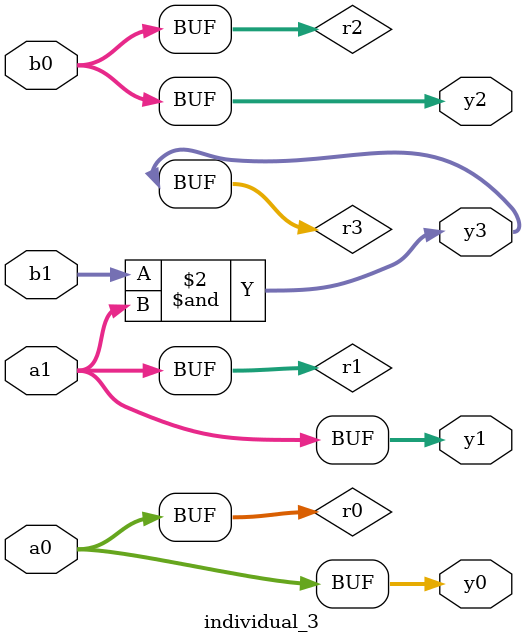
<source format=sv>
module individual_3(input logic [15:0] a1, input logic [15:0] a0, input logic [15:0] b1, input logic [15:0] b0, output logic [15:0] y3, output logic [15:0] y2, output logic [15:0] y1, output logic [15:0] y0);
logic [15:0] r0, r1, r2, r3; 
 always@(*) begin 
	 r0 = a0; r1 = a1; r2 = b0; r3 = b1; 
 	 r3  &=  a1 ;
 	 y3 = r3; y2 = r2; y1 = r1; y0 = r0; 
end
endmodule
</source>
